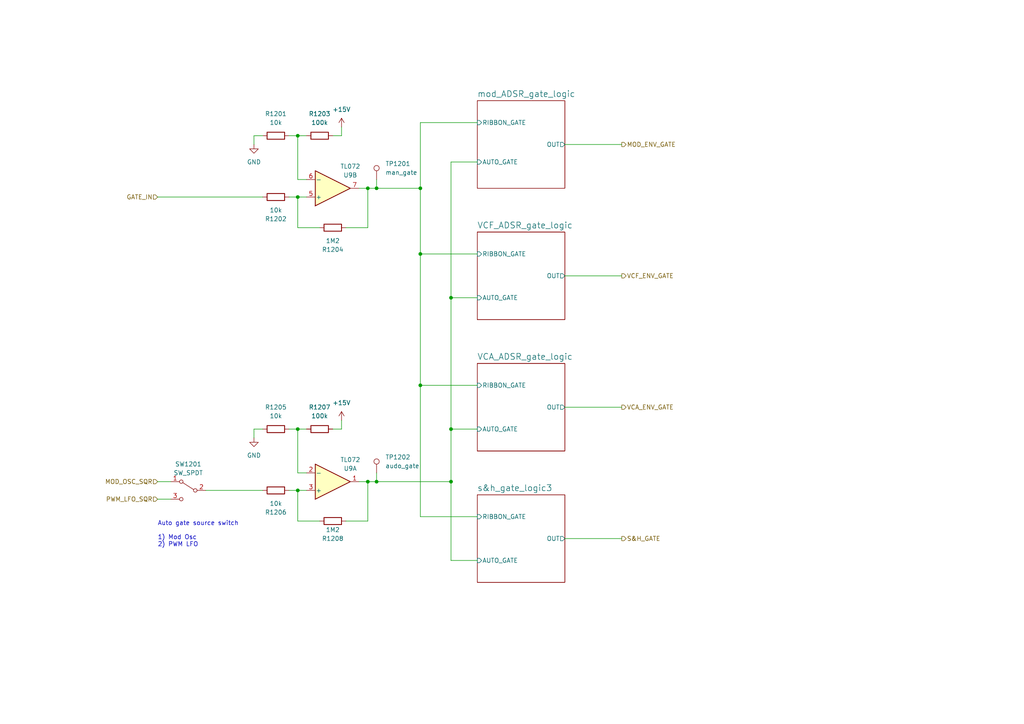
<source format=kicad_sch>
(kicad_sch (version 20211123) (generator eeschema)
  (paper "A4")
  (title_block (title "Josh Ox Ribbon Synth Ribbon board") (date "2022-06-17") (rev "0") (comment 1 "creativecommons.org/licences/by/4.0") (comment 2 "license: CC by 4.0") (comment 3 "Author: Jordan Aceto"))
  (lib_symbols
    (symbol "Amplifier_Operational:TL072" (pin_names (offset 0.127))
      (property "Reference" "U" (at 0 5.08 0))
      (property "Value" "TL072" (at 0 -5.08 0))
      (symbol "TL072_1_1"
        (polyline (pts (xy -5.08 5.08) (xy 5.08 0) (xy -5.08 -5.08) (xy -5.08 5.08)) (stroke (width 0.254)) (fill (type background)))
        (pin output line (at 7.62 0 180) (length 2.54) (name "~") (number "1"))
        (pin input line (at -7.62 -2.54 0) (length 2.54) (name "-") (number "2"))
        (pin input line (at -7.62 2.54 0) (length 2.54) (name "+") (number "3"))
      )
      (symbol "TL072_2_1"
        (polyline (pts (xy -5.08 5.08) (xy 5.08 0) (xy -5.08 -5.08) (xy -5.08 5.08)) (stroke (width 0.254)) (fill (type background)))
        (pin input line (at -7.62 2.54 0) (length 2.54) (name "+") (number "5"))
        (pin input line (at -7.62 -2.54 0) (length 2.54) (name "-") (number "6"))
        (pin output line (at 7.62 0 180) (length 2.54) (name "~") (number "7"))
      )
      (symbol "TL072_3_1"
        (pin power_in line (at -2.54 -7.62 90) (length 3.81) (name "V-") (number "4"))
        (pin power_in line (at -2.54 7.62 270) (length 3.81) (name "V+") (number "8"))
      )
    )
    (symbol "Connector:TestPoint" (pin_numbers hide) (pin_names (offset 0.762) hide)
      (property "Reference" "TP" (at 0 6.858 0))
      (property "Value" "TestPoint" (at 0 5.08 0))
      (symbol "TestPoint_0_1"
        (circle (center 0 3.302) (radius 0.762))
      )
      (symbol "TestPoint_1_1"
        (pin passive line (at 0 0 90) (length 2.54) (name "1") (number "1"))
      )
    )
    (symbol "Device:R" (pin_numbers hide) (pin_names (offset 0))
      (property "Reference" "R" (at 2.032 0 90))
      (property "Value" "R" (at 0 0 90))
      (symbol "R_0_1"
        (rectangle (start -1.016 -2.54) (end 1.016 2.54) (stroke (width 0.254)))
      )
      (symbol "R_1_1"
        (pin passive line (at 0 3.81 270) (length 1.27) (name "~") (number "1"))
        (pin passive line (at 0 -3.81 90) (length 1.27) (name "~") (number "2"))
      )
    )
    (symbol "Switch:SW_SPDT" (pin_names (offset 0) hide)
      (property "Reference" "SW" (at 0 4.318 0))
      (property "Value" "SW_SPDT" (at 0 -5.08 0))
      (symbol "SW_SPDT_0_0"
        (circle (center -2.032 0) (radius 0.508))
        (circle (center 2.032 -2.54) (radius 0.508))
      )
      (symbol "SW_SPDT_0_1"
        (polyline (pts (xy -1.524 0.254) (xy 1.651 2.286)))
        (circle (center 2.032 2.54) (radius 0.508))
      )
      (symbol "SW_SPDT_1_1"
        (pin passive line (at 5.08 2.54 180) (length 2.54) (name "A") (number "1"))
        (pin passive line (at -5.08 0 0) (length 2.54) (name "B") (number "2"))
        (pin passive line (at 5.08 -2.54 180) (length 2.54) (name "C") (number "3"))
      )
    )
    (symbol "power:+15V" (power) (pin_names (offset 0))
      (property "Value" "+15V" (at 0 3.556 0))
      (symbol "+15V_0_1"
        (polyline (pts (xy -0.762 1.27) (xy 0 2.54)))
        (polyline (pts (xy 0 0) (xy 0 2.54)))
        (polyline (pts (xy 0 2.54) (xy 0.762 1.27)))
      )
      (symbol "+15V_1_1"
        (pin power_in line (at 0 0 90) (length 0) hide (name "+15V") (number "1"))
      )
    )
    (symbol "power:GND" (power) (pin_names (offset 0))
      (property "Value" "GND" (at 0 -3.81 0))
      (symbol "GND_0_1"
        (polyline (pts (xy 0 0) (xy 0 -1.27) (xy 1.27 -1.27) (xy 0 -2.54) (xy -1.27 -1.27) (xy 0 -1.27)))
      )
      (symbol "GND_1_1"
        (pin power_in line (at 0 0 270) (length 0) hide (name "GND") (number "1"))
      )
    )
  )
  (junction (at 86.36 124.46))
  (junction (at 121.92 54.61))
  (junction (at 106.68 139.7))
  (junction (at 86.36 57.15))
  (junction (at 130.81 124.46))
  (junction (at 86.36 39.37))
  (junction (at 121.92 111.76))
  (junction (at 109.22 139.7))
  (junction (at 106.68 54.61))
  (junction (at 121.92 73.66))
  (junction (at 86.36 142.24))
  (junction (at 130.81 139.7))
  (junction (at 130.81 86.36))
  (junction (at 109.22 54.61))
  (wire (pts (xy 109.22 54.61) (xy 121.92 54.61)))
  (wire (pts (xy 130.81 46.99) (xy 130.81 86.36)))
  (wire (pts (xy 121.92 111.76) (xy 138.43 111.76)))
  (wire (pts (xy 86.36 39.37) (xy 88.9 39.37)))
  (wire (pts (xy 130.81 139.7) (xy 130.81 162.56)))
  (wire (pts (xy 73.66 124.46) (xy 76.2 124.46)))
  (wire (pts (xy 83.82 142.24) (xy 86.36 142.24)))
  (wire (pts (xy 73.66 39.37) (xy 76.2 39.37)))
  (wire (pts (xy 163.83 156.21) (xy 180.34 156.21)))
  (wire (pts (xy 86.36 52.07) (xy 88.9 52.07)))
  (wire (pts (xy 86.36 66.04) (xy 86.36 57.15)))
  (wire (pts (xy 163.83 118.11) (xy 180.34 118.11)))
  (wire (pts (xy 163.83 41.91) (xy 180.34 41.91)))
  (wire (pts (xy 83.82 124.46) (xy 86.36 124.46)))
  (wire (pts (xy 73.66 41.91) (xy 73.66 39.37)))
  (wire (pts (xy 106.68 139.7) (xy 106.68 151.13)))
  (wire (pts (xy 104.14 54.61) (xy 106.68 54.61)))
  (wire (pts (xy 45.72 144.78) (xy 49.53 144.78)))
  (wire (pts (xy 99.06 124.46) (xy 96.52 124.46)))
  (wire (pts (xy 45.72 139.7) (xy 49.53 139.7)))
  (wire (pts (xy 138.43 35.56) (xy 121.92 35.56)))
  (wire (pts (xy 99.06 39.37) (xy 96.52 39.37)))
  (wire (pts (xy 130.81 86.36) (xy 130.81 124.46)))
  (wire (pts (xy 86.36 124.46) (xy 86.36 137.16)))
  (wire (pts (xy 92.71 66.04) (xy 86.36 66.04)))
  (wire (pts (xy 109.22 52.07) (xy 109.22 54.61)))
  (wire (pts (xy 130.81 124.46) (xy 138.43 124.46)))
  (wire (pts (xy 121.92 73.66) (xy 121.92 111.76)))
  (wire (pts (xy 138.43 46.99) (xy 130.81 46.99)))
  (wire (pts (xy 106.68 54.61) (xy 106.68 66.04)))
  (wire (pts (xy 73.66 127) (xy 73.66 124.46)))
  (wire (pts (xy 106.68 66.04) (xy 100.33 66.04)))
  (wire (pts (xy 86.36 57.15) (xy 88.9 57.15)))
  (wire (pts (xy 104.14 139.7) (xy 106.68 139.7)))
  (wire (pts (xy 106.68 151.13) (xy 100.33 151.13)))
  (wire (pts (xy 86.36 124.46) (xy 88.9 124.46)))
  (wire (pts (xy 83.82 57.15) (xy 86.36 57.15)))
  (wire (pts (xy 106.68 54.61) (xy 109.22 54.61)))
  (wire (pts (xy 86.36 151.13) (xy 86.36 142.24)))
  (wire (pts (xy 106.68 139.7) (xy 109.22 139.7)))
  (wire (pts (xy 99.06 121.92) (xy 99.06 124.46)))
  (wire (pts (xy 121.92 149.86) (xy 138.43 149.86)))
  (wire (pts (xy 99.06 36.83) (xy 99.06 39.37)))
  (wire (pts (xy 45.72 57.15) (xy 76.2 57.15)))
  (wire (pts (xy 109.22 137.16) (xy 109.22 139.7)))
  (wire (pts (xy 83.82 39.37) (xy 86.36 39.37)))
  (wire (pts (xy 130.81 86.36) (xy 138.43 86.36)))
  (wire (pts (xy 121.92 73.66) (xy 138.43 73.66)))
  (wire (pts (xy 121.92 35.56) (xy 121.92 54.61)))
  (wire (pts (xy 86.36 39.37) (xy 86.36 52.07)))
  (wire (pts (xy 163.83 80.01) (xy 180.34 80.01)))
  (wire (pts (xy 86.36 137.16) (xy 88.9 137.16)))
  (wire (pts (xy 59.69 142.24) (xy 76.2 142.24)))
  (wire (pts (xy 130.81 162.56) (xy 138.43 162.56)))
  (wire (pts (xy 109.22 139.7) (xy 130.81 139.7)))
  (wire (pts (xy 86.36 142.24) (xy 88.9 142.24)))
  (wire (pts (xy 130.81 124.46) (xy 130.81 139.7)))
  (wire (pts (xy 121.92 111.76) (xy 121.92 149.86)))
  (wire (pts (xy 121.92 54.61) (xy 121.92 73.66)))
  (wire (pts (xy 92.71 151.13) (xy 86.36 151.13)))
  (text "Auto gate source switch\n\n1) Mod Osc\n2) PWM LFO" (at 45.72 158.75 0) (effects (font (size 1.27 1.27)) (justify left bottom)))
  (hierarchical_label "VCF_ENV_GATE" (shape output) (at 180.34 80.01 0))
  (hierarchical_label "MOD_ENV_GATE" (shape output) (at 180.34 41.91 0))
  (hierarchical_label "VCA_ENV_GATE" (shape output) (at 180.34 118.11 0))
  (hierarchical_label "PWM_LFO_SQR" (shape input) (at 45.72 144.78 180))
  (hierarchical_label "S&H_GATE" (shape output) (at 180.34 156.21 0))
  (hierarchical_label "GATE_IN" (shape input) (at 45.72 57.15 180))
  (hierarchical_label "MOD_OSC_SQR" (shape input) (at 45.72 139.7 180))
  (symbol (lib_id "Amplifier_Operational:TL072") (at 96.52 54.61 0) (mirror x) (unit 2)
    (property "Reference" "U9" (at 101.6 50.8 0))
    (property "Value" "TL072" (at 101.6 48.26 0))
    (property "Footprint" "Package_SO:SO-8_5.3x6.2mm_P1.27mm" (effects hide))
    (property "Datasheet" "http://www.ti.com/lit/ds/symlink/tl071.pdf" (effects hide))
  )
  (symbol (lib_id "Device:R") (at 80.01 124.46 90) (mirror x) (unit 1)
    (property "Reference" "R1205" (at 80.01 118.11 90))
    (property "Value" "10k" (at 80.01 120.65 90))
    (property "Footprint" "Resistor_SMD:R_0805_2012Metric" (effects hide))
  )
  (symbol (lib_id "Device:R") (at 80.01 39.37 90) (mirror x) (unit 1)
    (property "Reference" "R1201" (at 80.01 33.02 90))
    (property "Value" "10k" (at 80.01 35.56 90))
    (property "Footprint" "Resistor_SMD:R_0805_2012Metric" (effects hide))
  )
  (symbol (lib_id "Switch:SW_SPDT") (at 54.61 142.24 0) (mirror y) (unit 1)
    (property "Reference" "SW1201" (at 54.61 134.62 0))
    (property "Value" "SW_SPDT" (at 54.61 137.16 0))
    (property "Footprint" "custom_footprints:SPDT_mini_toggle" (effects hide))
  )
  (symbol (lib_id "Device:R") (at 96.52 151.13 90) (unit 1)
    (property "Reference" "R1208" (at 96.52 156.21 90))
    (property "Value" "1M2" (at 96.52 153.67 90))
    (property "Footprint" "Resistor_SMD:R_0805_2012Metric" (effects hide))
  )
  (symbol (lib_id "Device:R") (at 80.01 57.15 90) (mirror x) (unit 1)
    (property "Reference" "R1202" (at 80.01 63.5 90))
    (property "Value" "10k" (at 80.01 60.96 90))
    (property "Footprint" "Resistor_SMD:R_0805_2012Metric" (effects hide))
  )
  (symbol (lib_id "Connector:TestPoint") (at 109.22 52.07 0) (unit 1) (in_bom no)
    (property "Reference" "TP1201" (at 111.76 47.4979 0) (effects (justify left)))
    (property "Value" "man_gate" (at 111.76 50.0379 0) (effects (justify left)))
    (property "Footprint" "TestPoint:TestPoint_Keystone_5000-5004_Miniature" (effects hide))
  )
  (symbol (lib_id "Device:R") (at 92.71 124.46 90) (mirror x) (unit 1)
    (property "Reference" "R1207" (at 92.71 118.11 90))
    (property "Value" "100k" (at 92.71 120.65 90))
    (property "Footprint" "Resistor_SMD:R_0805_2012Metric" (effects hide))
  )
  (symbol (lib_id "power:+15V") (at 99.06 36.83 0) (unit 1)
    (property "Reference" "#PWR01202" (effects hide))
    (property "Value" "+15V" (at 99.06 31.75 0))
  )
  (symbol (lib_id "Amplifier_Operational:TL072") (at 96.52 139.7 0) (mirror x) (unit 1)
    (property "Reference" "U9" (at 101.6 135.89 0))
    (property "Value" "TL072" (at 101.6 133.35 0))
    (property "Footprint" "Package_SO:SO-8_5.3x6.2mm_P1.27mm" (effects hide))
    (property "Datasheet" "http://www.ti.com/lit/ds/symlink/tl071.pdf" (effects hide))
  )
  (symbol (lib_id "power:GND") (at 73.66 41.91 0) (mirror y) (unit 1)
    (property "Reference" "#PWR01201" (effects hide))
    (property "Value" "GND" (at 73.66 46.99 0))
  )
  (symbol (lib_id "power:GND") (at 73.66 127 0) (mirror y) (unit 1)
    (property "Reference" "#PWR0120" (effects hide))
    (property "Value" "GND" (at 73.66 132.08 0))
  )
  (symbol (lib_id "Device:R") (at 92.71 39.37 90) (mirror x) (unit 1)
    (property "Reference" "R1203" (at 92.71 33.02 90))
    (property "Value" "100k" (at 92.71 35.56 90))
    (property "Footprint" "Resistor_SMD:R_0805_2012Metric" (effects hide))
  )
  (symbol (lib_id "power:+15V") (at 99.06 121.92 0) (unit 1)
    (property "Reference" "#PWR0121" (effects hide))
    (property "Value" "+15V" (at 99.06 116.84 0))
  )
  (symbol (lib_id "Device:R") (at 80.01 142.24 90) (mirror x) (unit 1)
    (property "Reference" "R1206" (at 80.01 148.59 90))
    (property "Value" "10k" (at 80.01 146.05 90))
    (property "Footprint" "Resistor_SMD:R_0805_2012Metric" (effects hide))
  )
  (symbol (lib_id "Device:R") (at 96.52 66.04 90) (unit 1)
    (property "Reference" "R1204" (at 96.52 72.39 90))
    (property "Value" "1M2" (at 96.52 69.85 90))
    (property "Footprint" "Resistor_SMD:R_0805_2012Metric" (effects hide))
  )
  (symbol (lib_id "Connector:TestPoint") (at 109.22 137.16 0) (unit 1) (in_bom no)
    (property "Reference" "TP1202" (at 111.76 132.5879 0) (effects (justify left)))
    (property "Value" "audo_gate" (at 111.76 135.1279 0) (effects (justify left)))
    (property "Footprint" "TestPoint:TestPoint_Keystone_5000-5004_Miniature" (effects hide))
  )
  (sheet (at 138.43 29.21) (size 25.4 25.4) (stroke (width 0.1524))
    (property "Sheet name" "mod_ADSR_gate_logic" (at 138.43 28.2584 0) (effects (font (size 1.75 1.75)) (justify left bottom)))
    (property "Sheet file" "gate_logic.kicad_sch" (effects hide))
    (pin "OUT" output (at 163.83 41.91 0))
    (pin "AUTO_GATE" input (at 138.43 46.99 180))
    (pin "RIBBON_GATE" input (at 138.43 35.56 180))
  )
  (sheet (at 138.43 143.51) (size 25.4 25.4) (stroke (width 0.1524))
    (property "Sheet name" "s&h_gate_logic3" (at 138.43 142.5584 0) (effects (font (size 1.75 1.75)) (justify left bottom)))
    (property "Sheet file" "gate_logic.kicad_sch" (effects hide))
    (pin "OUT" output (at 163.83 156.21 0))
    (pin "AUTO_GATE" input (at 138.43 162.56 180))
    (pin "RIBBON_GATE" input (at 138.43 149.86 180))
  )
  (sheet (at 138.43 67.31) (size 25.4 25.4) (stroke (width 0.1524))
    (property "Sheet name" "VCF_ADSR_gate_logic" (at 138.43 66.3584 0) (effects (font (size 1.75 1.75)) (justify left bottom)))
    (property "Sheet file" "gate_logic.kicad_sch" (effects hide))
    (pin "OUT" output (at 163.83 80.01 0))
    (pin "AUTO_GATE" input (at 138.43 86.36 180))
    (pin "RIBBON_GATE" input (at 138.43 73.66 180))
  )
  (sheet (at 138.43 105.41) (size 25.4 25.4) (stroke (width 0.1524))
    (property "Sheet name" "VCA_ADSR_gate_logic" (at 138.43 104.4584 0) (effects (font (size 1.75 1.75)) (justify left bottom)))
    (property "Sheet file" "gate_logic.kicad_sch" (effects hide))
    (pin "OUT" output (at 163.83 118.11 0))
    (pin "AUTO_GATE" input (at 138.43 124.46 180))
    (pin "RIBBON_GATE" input (at 138.43 111.76 180))
  )
)
</source>
